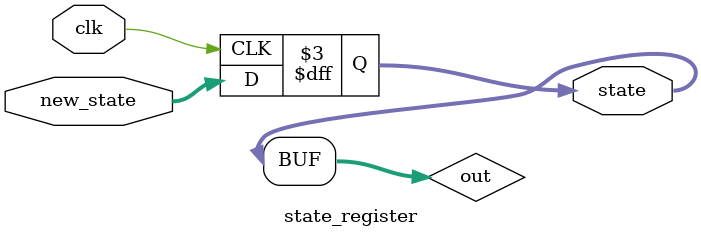
<source format=v>
module state_register (output [3:0]state, input [3:0]new_state, input clk);

    reg [3:0]state ;
    wire [3:0]out;

    
    always @(posedge clk) begin
        state<=#2 new_state;
    end

    initial begin
        state=0;
    end
    assign out=state;
endmodule

</source>
